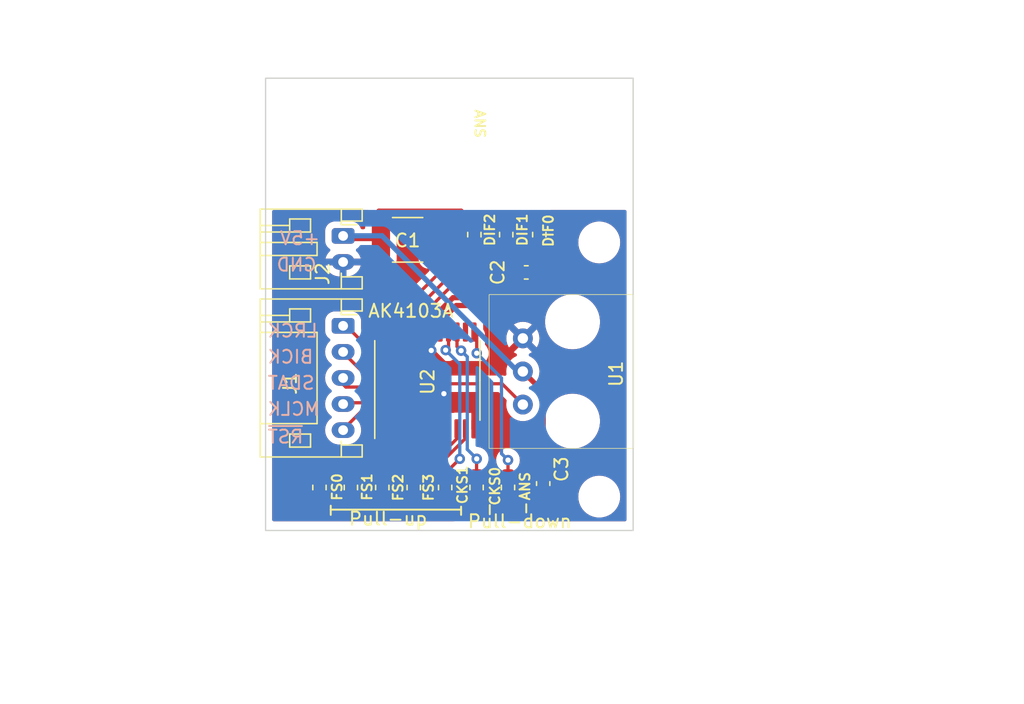
<source format=kicad_pcb>
(kicad_pcb (version 20211014) (generator pcbnew)
  (layers (0 "F.Cu" signal) (31 "B.Cu" signal) (34 "B.Paste" user) (35 "F.Paste" user) (36 "B.SilkS" user "B.Silkscreen") (37 "F.SilkS" user "F.Silkscreen") (38 "B.Mask" user) (39 "F.Mask" user) (44 "Edge.Cuts" user))
  (net 0 "")
  (net 1 "GND")
  (net 2 "+5V")
  (net 3 "/LRCK")
  (net 4 "/SDAT")
  (net 5 "/RESET")
  (net 6 "/MCLK")
  (net 7 "/CSN")
  (net 8 "/CDTI")
  (net 9 "/CCLK")
  (net 10 "/CDTO")
  (net 11 "/TXP")
  (net 12 "/DIF0")
  (net 13 "/DIF1")
  (net 14 "/DIF2")
  (net 15 "/CKS0")
  (net 16 "/CKS1")
  (net 17 "/ANS")
  (net 18 "/BICK")
  (net 19 "/BLS")
  (footprint "components:R_0603_1608Metric_SolderJumperCompatible" (layer "F.Cu") (at 51.2634 96 -90)
    (fp_text reference "JP2" hide)
    (fp_text value "Jumper_NO_Small")
    (fp_line (start -0.171267 0.51) (end 0.171267 0.51) (layer "F.SilkS") (width 0.12))
    (fp_line (start -0.171267 -0.51) (end 0.171267 -0.51) (layer "F.SilkS") (width 0.12))
    (pad "1" smd roundrect locked (at -0.775 0 270) (size 1.25 0.95) (layers "F.Cu" "F.Paste" "F.Mask") (net 2 "+5V"))
    (pad "2" smd roundrect locked (at 0.775 0 270) (size 1.25 0.95) (layers "F.Cu" "F.Paste" "F.Mask") (net 13 "/DIF1"))
  )
  (footprint "Package_SO:TSSOP-24_6.1x7.8mm_P0.65mm" (layer "F.Cu") (at 45.212 107.188 90)
    (fp_text reference "U2" (at -0.1 0.025 90) (layer "F.SilkS"))
    (fp_text value "AK4103A")
    (fp_line (start 0 4.035) (end -3.05 4.035) (layer "F.SilkS") (width 0.12))
    (fp_line (start 0 4.035) (end 3.05 4.035) (layer "F.SilkS") (width 0.12))
    (fp_line (start 0 -4.035) (end 3.05 -4.035) (layer "F.SilkS") (width 0.12))
    (fp_line (start 0 -4.035) (end -4.45 -4.035) (layer "F.SilkS") (width 0.12))
    (pad "1" smd roundrect locked (at -3.7125 -3.575 90) (size 1.475 0.4) (layers "F.Cu" "F.Paste" "F.Mask") (net 1 "GND"))
    (pad "2" smd roundrect locked (at -3.7125 -2.925 90) (size 1.475 0.4) (layers "F.Cu" "F.Paste" "F.Mask") (net 1 "GND"))
    (pad "3" smd roundrect locked (at -3.7125 -2.275 90) (size 1.475 0.4) (layers "F.Cu" "F.Paste" "F.Mask") (net 5 "/RESET"))
    (pad "4" smd roundrect locked (at -3.7125 -1.625 90) (size 1.475 0.4) (layers "F.Cu" "F.Paste" "F.Mask") (net 6 "/MCLK"))
    (pad "5" smd roundrect locked (at -3.7125 -0.975 90) (size 1.475 0.4) (layers "F.Cu" "F.Paste" "F.Mask") (net 4 "/SDAT"))
    (pad "6" smd roundrect locked (at -3.7125 -0.325 90) (size 1.475 0.4) (layers "F.Cu" "F.Paste" "F.Mask") (net 18 "/BICK"))
    (pad "7" smd roundrect locked (at -3.7125 0.325 90) (size 1.475 0.4) (layers "F.Cu" "F.Paste" "F.Mask") (net 3 "/LRCK"))
    (pad "8" smd roundrect locked (at -3.7125 0.975 90) (size 1.475 0.4) (layers "F.Cu" "F.Paste" "F.Mask") (net 7 "/CSN"))
    (pad "9" smd roundrect locked (at -3.7125 1.625 90) (size 1.475 0.4) (layers "F.Cu" "F.Paste" "F.Mask") (net 8 "/CDTI"))
    (pad "10" smd roundrect locked (at -3.7125 2.275 90) (size 1.475 0.4) (layers "F.Cu" "F.Paste" "F.Mask") (net 9 "/CCLK"))
    (pad "11" smd roundrect locked (at -3.7125 2.925 90) (size 1.475 0.4) (layers "F.Cu" "F.Paste" "F.Mask") (net 10 "/CDTO"))
    (pad "12" smd roundrect locked (at -3.7125 3.575 90) (size 1.475 0.4) (layers "F.Cu" "F.Paste" "F.Mask") (net 1 "GND"))
    (pad "13" smd roundrect locked (at 3.7125 3.575 90) (size 1.475 0.4) (layers "F.Cu" "F.Paste" "F.Mask") (net 17 "/ANS"))
    (pad "14" smd roundrect locked (at 3.7125 2.925 90) (size 1.475 0.4) (layers "F.Cu" "F.Paste" "F.Mask") (net 19 "/BLS"))
    (pad "15" smd roundrect locked (at 3.7125 2.275 90) (size 1.475 0.4) (layers "F.Cu" "F.Paste" "F.Mask") (net 15 "/CKS0"))
    (pad "16" smd roundrect locked (at 3.7125 1.625 90) (size 1.475 0.4) (layers "F.Cu" "F.Paste" "F.Mask") (net 16 "/CKS1"))
    (pad "17" smd roundrect locked (at 3.7125 0.975 90) (size 1.475 0.4) (layers "F.Cu" "F.Paste" "F.Mask") (net 2 "+5V"))
    (pad "18" smd roundrect locked (at 3.7125 0.325 90) (size 1.475 0.4) (layers "F.Cu" "F.Paste" "F.Mask") (net 1 "GND"))
    (pad "19" smd roundrect locked (at 3.7125 -0.325 90) (size 1.475 0.4) (layers "F.Cu" "F.Paste" "F.Mask"))
    (pad "20" smd roundrect locked (at 3.7125 -0.975 90) (size 1.475 0.4) (layers "F.Cu" "F.Paste" "F.Mask") (net 11 "/TXP"))
    (pad "21" smd roundrect locked (at 3.7125 -1.625 90) (size 1.475 0.4) (layers "F.Cu" "F.Paste" "F.Mask") (net 12 "/DIF0"))
    (pad "22" smd roundrect locked (at 3.7125 -2.275 90) (size 1.475 0.4) (layers "F.Cu" "F.Paste" "F.Mask") (net 13 "/DIF1"))
    (pad "23" smd roundrect locked (at 3.7125 -2.925 90) (size 1.475 0.4) (layers "F.Cu" "F.Paste" "F.Mask") (net 14 "/DIF2"))
    (pad "24" smd roundrect locked (at 3.7125 -3.575 90) (size 1.475 0.4) (layers "F.Cu" "F.Paste" "F.Mask") (net 1 "GND"))
  )
  (footprint "Capacitor_SMD:C_1812_4532Metric" (layer "F.Cu") (at 43.7 96.4)
    (fp_text reference "C1" (at 0 0.05) (layer "F.SilkS"))
    (fp_text value "33u/16v")
    (fp_line (start -1.161252 -1.71) (end 1.161252 -1.71) (layer "F.SilkS") (width 0.12))
    (fp_line (start -1.161252 1.71) (end 1.161252 1.71) (layer "F.SilkS") (width 0.12))
    (pad "1" smd roundrect (at -2.05 0) (size 1.4 3.4) (layers "F.Cu" "F.Paste" "F.Mask") (roundrect_rratio 0.178571) (net 2 "+5V"))
    (pad "2" smd roundrect (at 2.05 0) (size 1.4 3.4) (layers "F.Cu" "F.Paste" "F.Mask") (roundrect_rratio 0.178571) (net 1 "GND"))
  )
  (footprint "components:R_0603_1608Metric_SolderJumperCompatible" (layer "F.Cu") (at 36.9333 115.4 90)
    (fp_text reference "JP14" hide)
    (fp_text value "Jumper_NO_Small")
    (fp_line (start -0.171267 -0.51) (end 0.171267 -0.51) (layer "F.SilkS") (width 0.12))
    (fp_line (start -0.171267 0.51) (end 0.171267 0.51) (layer "F.SilkS") (width 0.12))
    (pad "1" smd roundrect locked (at -0.775 0 90) (size 1.25 0.95) (layers "F.Cu" "F.Paste" "F.Mask") (net 2 "+5V"))
    (pad "2" smd roundrect locked (at 0.775 0 90) (size 1.25 0.95) (layers "F.Cu" "F.Paste" "F.Mask") (net 7 "/CSN"))
  )
  (footprint "MountingHole:MountingHole_2.2mm_M2" (layer "F.Cu") (at 58.4 96.6)
    (fp_text reference "REF**" hide)
    (fp_text value "MountingHole_2.2mm_M2")
    (pad "" np_thru_hole circle (at 0 0) (size 2.2 2.2) (drill 2.2) (layers *.Cu *.Mask))
  )
  (footprint "components:R_0603_1608Metric_SolderJumperCompatible" (layer "F.Cu") (at 39.344416 115.4 90)
    (fp_text reference "JP15" hide)
    (fp_text value "Jumper_NO_Small")
    (fp_line (start -0.171267 -0.51) (end 0.171267 -0.51) (layer "F.SilkS") (width 0.12))
    (fp_line (start -0.171267 0.51) (end 0.171267 0.51) (layer "F.SilkS") (width 0.12))
    (pad "1" smd roundrect locked (at -0.775 0 90) (size 1.25 0.95) (layers "F.Cu" "F.Paste" "F.Mask") (net 2 "+5V"))
    (pad "2" smd roundrect locked (at 0.775 0 90) (size 1.25 0.95) (layers "F.Cu" "F.Paste" "F.Mask") (net 8 "/CDTI"))
  )
  (footprint "footprints:Toshiba_TOTX177" (layer "F.Cu") (at 54.91 102.68 -90)
    (fp_text reference "U1" (at 4 -4.78 90) (layer "F.SilkS"))
    (fp_text value "TOTX-177L")
    (fp_rect (start -2.08 -6.14) (end 9.72 4.96) (layer "F.SilkS") (width 0.05) (fill none))
    (pad "" np_thru_hole circle (at 0.01 -1.44 270) (size 3.2 3.2) (drill 3.2) (layers *.Cu *.Mask))
    (pad "" np_thru_hole circle (at 7.63 -1.44 270) (size 3.2 3.2) (drill 3.2) (layers *.Cu *.Mask))
    (pad "1" thru_hole circle (at 6.36 2.37 270) (size 1.524 1.524) (drill 0.8) (layers *.Cu *.Mask) (net 11 "/TXP"))
    (pad "2" thru_hole circle (at 3.82 2.37 270) (size 1.524 1.524) (drill 0.8) (layers *.Cu *.Mask) (net 2 "+5V"))
    (pad "3" thru_hole circle (at 1.28 2.37 270) (size 1.524 1.524) (drill 0.8) (layers *.Cu *.Mask) (net 1 "GND"))
  )
  (footprint "components:R_0603_1608Metric_SolderJumperCompatible" (layer "F.Cu") (at 48.818 96 -90)
    (fp_text reference "JP3" hide)
    (fp_text value "Jumper_NO_Small")
    (fp_line (start -0.171267 -0.51) (end 0.171267 -0.51) (layer "F.SilkS") (width 0.12))
    (fp_line (start -0.171267 0.51) (end 0.171267 0.51) (layer "F.SilkS") (width 0.12))
    (pad "1" smd roundrect locked (at -0.775 0 270) (size 1.25 0.95) (layers "F.Cu" "F.Paste" "F.Mask") (net 2 "+5V"))
    (pad "2" smd roundrect locked (at 0.775 0 270) (size 1.25 0.95) (layers "F.Cu" "F.Paste" "F.Mask") (net 14 "/DIF2"))
  )
  (footprint "Connector_JST:JST_PH_S2B-PH-K_1x02_P2.00mm_Horizontal" (layer "F.Cu") (at 38.75 96.1 -90)
    (fp_text reference "J2" (at 2.9 1.575 90) (layer "F.SilkS"))
    (fp_text value "Conn_01x02_Male")
    (fp_line (start 2.3 4.1) (end 2.3 2.5) (layer "F.SilkS") (width 0.12))
    (fp_line (start 2.3 2.5) (end 3.3 2.5) (layer "F.SilkS") (width 0.12))
    (fp_line (start -1.14 -1.46) (end -2.06 -1.46) (layer "F.SilkS") (width 0.12))
    (fp_line (start -1.3 2.5) (end -1.3 4.1) (layer "F.SilkS") (width 0.12))
    (fp_line (start -2.06 0.14) (end -1.14 0.14) (layer "F.SilkS") (width 0.12))
    (fp_line (start 3.14 -1.46) (end 3.14 0.14) (layer "F.SilkS") (width 0.12))
    (fp_line (start -2.06 -1.46) (end -2.06 6.36) (layer "F.SilkS") (width 0.12))
    (fp_line (start 0.5 6.36) (end 0.5 2) (layer "F.SilkS") (width 0.12))
    (fp_line (start -0.3 2.5) (end -1.3 2.5) (layer "F.SilkS") (width 0.12))
    (fp_line (start -0.86 0.14) (end -0.86 -1.075) (layer "F.SilkS") (width 0.12))
    (fp_line (start -0.8 4.1) (end -0.8 6.36) (layer "F.SilkS") (width 0.12))
    (fp_line (start 0.5 2) (end 1.5 2) (layer "F.SilkS") (width 0.12))
    (fp_line (start 4.06 6.36) (end 4.06 -1.46) (layer "F.SilkS") (width 0.12))
    (fp_line (start 4.06 0.14) (end 3.14 0.14) (layer "F.SilkS") (width 0.12))
    (fp_line (start 3.3 2.5) (end 3.3 4.1) (layer "F.SilkS") (width 0.12))
    (fp_line (start -2.06 6.36) (end 4.06 6.36) (layer "F.SilkS") (width 0.12))
    (fp_line (start 4.06 -1.46) (end 3.14 -1.46) (layer "F.SilkS") (width 0.12))
    (fp_line (start 1.5 2) (end 1.5 6.36) (layer "F.SilkS") (width 0.12))
    (fp_line (start 3.3 4.1) (end 2.3 4.1) (layer "F.SilkS") (width 0.12))
    (fp_line (start -0.3 4.1) (end -0.3 2.5) (layer "F.SilkS") (width 0.12))
    (fp_line (start -0.86 0.14) (end -1.14 0.14) (layer "F.SilkS") (width 0.12))
    (fp_line (start 3.14 0.14) (end 2.86 0.14) (layer "F.SilkS") (width 0.12))
    (fp_line (start -1.3 4.1) (end -0.3 4.1) (layer "F.SilkS") (width 0.12))
    (fp_line (start -1.14 0.14) (end -1.14 -1.46) (layer "F.SilkS") (width 0.12))
    (fp_line (start -0.3 4.1) (end -0.3 6.36) (layer "F.SilkS") (width 0.12))
    (pad "1" thru_hole roundrect (at 0 0 270) (size 1.2 1.75) (drill 0.75) (layers *.Cu *.Mask) (roundrect_rratio 0.208333) (net 2 "+5V"))
    (pad "2" thru_hole oval (at 2 0 270) (size 1.2 1.75) (drill 0.75) (layers *.Cu *.Mask) (net 1 "GND"))
  )
  (footprint "Capacitor_SMD:C_0603_1608Metric" (layer "F.Cu") (at 52.8 98.9)
    (fp_text reference "C2" (at -2.188806 0 90) (layer "F.SilkS"))
    (fp_text value "0.1u/35V")
    (fp_line (start -0.14058 0.51) (end 0.14058 0.51) (layer "F.SilkS") (width 0.12))
    (fp_line (start -0.14058 -0.51) (end 0.14058 -0.51) (layer "F.SilkS") (width 0.12))
    (pad "1" smd roundrect (at -0.775 0) (size 0.9 0.95) (layers "F.Cu" "F.Paste" "F.Mask") (net 1 "GND"))
    (pad "2" smd roundrect (at 0.775 0) (size 0.9 0.95) (layers "F.Cu" "F.Paste" "F.Mask") (net 2 "+5V"))
  )
  (footprint "Capacitor_SMD:C_0603_1608Metric" (layer "F.Cu") (at 54.1 115.1 -90)
    (fp_text reference "C3" (at -1.1 -1.4 90) (layer "F.SilkS"))
    (fp_text value "0.1u/35V")
    (fp_line (start -0.14058 0.51) (end 0.14058 0.51) (layer "F.SilkS") (width 0.12))
    (fp_line (start -0.14058 -0.51) (end 0.14058 -0.51) (layer "F.SilkS") (width 0.12))
    (pad "1" smd roundrect (at -0.775 0 270) (size 0.9 0.95) (layers "F.Cu" "F.Paste" "F.Mask") (net 1 "GND"))
    (pad "2" smd roundrect (at 0.775 0 270) (size 0.9 0.95) (layers "F.Cu" "F.Paste" "F.Mask") (net 2 "+5V"))
  )
  (footprint "Connector_JST:JST_PH_S5B-PH-K_1x05_P2.00mm_Horizontal" (layer "F.Cu") (at 38.75 103 -90)
    (fp_text reference "J1" (at 4.425 4.075 90) (layer "F.SilkS"))
    (fp_text value "Conn_01x05_Male")
    (fp_line (start 8.3 2.5) (end 9.3 2.5) (layer "F.SilkS") (width 0.12))
    (fp_line (start -1.3 2.5) (end -1.3 4.1) (layer "F.SilkS") (width 0.12))
    (fp_line (start 7.5 2) (end 7.5 6.36) (layer "F.SilkS") (width 0.12))
    (fp_line (start 0.5 2) (end 7.5 2) (layer "F.SilkS") (width 0.12))
    (fp_line (start -0.86 0.14) (end -1.14 0.14) (layer "F.SilkS") (width 0.12))
    (fp_line (start 10.06 -1.46) (end 9.14 -1.46) (layer "F.SilkS") (width 0.12))
    (fp_line (start -1.14 -1.46) (end -2.06 -1.46) (layer "F.SilkS") (width 0.12))
    (fp_line (start 8.3 4.1) (end 8.3 2.5) (layer "F.SilkS") (width 0.12))
    (fp_line (start -0.8 4.1) (end -0.8 6.36) (layer "F.SilkS") (width 0.12))
    (fp_line (start 9.3 4.1) (end 8.3 4.1) (layer "F.SilkS") (width 0.12))
    (fp_line (start -2.06 0.14) (end -1.14 0.14) (layer "F.SilkS") (width 0.12))
    (fp_line (start 10.06 0.14) (end 9.14 0.14) (layer "F.SilkS") (width 0.12))
    (fp_line (start -2.06 -1.46) (end -2.06 6.36) (layer "F.SilkS") (width 0.12))
    (fp_line (start -1.3 4.1) (end -0.3 4.1) (layer "F.SilkS") (width 0.12))
    (fp_line (start -0.3 2.5) (end -1.3 2.5) (layer "F.SilkS") (width 0.12))
    (fp_line (start -2.06 6.36) (end 10.06 6.36) (layer "F.SilkS") (width 0.12))
    (fp_line (start 9.14 0.14) (end 8.86 0.14) (layer "F.SilkS") (width 0.12))
    (fp_line (start -0.3 4.1) (end -0.3 6.36) (layer "F.SilkS") (width 0.12))
    (fp_line (start 10.06 6.36) (end 10.06 -1.46) (layer "F.SilkS") (width 0.12))
    (fp_line (start -1.14 0.14) (end -1.14 -1.46) (layer "F.SilkS") (width 0.12))
    (fp_line (start 9.3 2.5) (end 9.3 4.1) (layer "F.SilkS") (width 0.12))
    (fp_line (start 0.5 6.36) (end 0.5 2) (layer "F.SilkS") (width 0.12))
    (fp_line (start -0.3 4.1) (end -0.3 2.5) (layer "F.SilkS") (width 0.12))
    (fp_line (start -0.86 0.14) (end -0.86 -1.075) (layer "F.SilkS") (width 0.12))
    (fp_line (start 9.14 -1.46) (end 9.14 0.14) (layer "F.SilkS") (width 0.12))
    (pad "1" thru_hole roundrect (at 0 0 270) (size 1.2 1.75) (drill 0.75) (layers *.Cu *.Mask) (roundrect_rratio 0.208333) (net 3 "/LRCK"))
    (pad "2" thru_hole oval (at 2 0 270) (size 1.2 1.75) (drill 0.75) (layers *.Cu *.Mask) (net 18 "/BICK"))
    (pad "3" thru_hole oval (at 4 0 270) (size 1.2 1.75) (drill 0.75) (layers *.Cu *.Mask) (net 4 "/SDAT"))
    (pad "4" thru_hole oval (at 6 0 270) (size 1.2 1.75) (drill 0.75) (layers *.Cu *.Mask) (net 6 "/MCLK"))
    (pad "5" thru_hole oval (at 8 0 270) (size 1.2 1.75) (drill 0.75) (layers *.Cu *.Mask) (net 5 "/RESET"))
  )
  (footprint "MountingHole:MountingHole_2.2mm_M2" (layer "F.Cu") (at 58.4 116.1)
    (fp_text reference "REF**" hide)
    (fp_text value "MountingHole_2.2mm_M2")
    (pad "" np_thru_hole circle (at 0 0) (size 2.2 2.2) (drill 2.2) (layers *.Cu *.Mask))
  )
  (footprint "components:R_0603_1608Metric_SolderJumperCompatible" (layer "F.Cu") (at 53.8 96 -90)
    (fp_text reference "JP1" hide)
    (fp_text value "Jumper_NO_Small")
    (fp_line (start -0.171267 -0.51) (end 0.171267 -0.51) (layer "F.SilkS") (width 0.12))
    (fp_line (start -0.171267 0.51) (end 0.171267 0.51) (layer "F.SilkS") (width 0.12))
    (pad "1" smd roundrect locked (at -0.775 0 270) (size 1.25 0.95) (layers "F.Cu" "F.Paste" "F.Mask") (net 2 "+5V"))
    (pad "2" smd roundrect locked (at 0.775 0 270) (size 1.25 0.95) (layers "F.Cu" "F.Paste" "F.Mask") (net 12 "/DIF0"))
  )
  (footprint "components:R_0603_1608Metric_SolderJumperCompatible" (layer "F.Cu") (at 46.577764 115.4 90)
    (fp_text reference "JP11" hide)
    (fp_text value "Jumper_NO_Small")
    (fp_line (start -0.171267 -0.51) (end 0.171267 -0.51) (layer "F.SilkS") (width 0.12))
    (fp_line (start -0.171267 0.51) (end 0.171267 0.51) (layer "F.SilkS") (width 0.12))
    (pad "1" smd roundrect locked (at -0.775 0 90) (size 1.25 0.95) (layers "F.Cu" "F.Paste" "F.Mask") (net 2 "+5V"))
    (pad "2" smd roundrect locked (at 0.775 0 90) (size 1.25 0.95) (layers "F.Cu" "F.Paste" "F.Mask") (net 16 "/CKS1"))
  )
  (footprint "components:R_0603_1608Metric_SolderJumperCompatible" (layer "F.Cu") (at 41.755532 115.4 90)
    (fp_text reference "JP17" hide)
    (fp_text value "Jumper_NO_Small")
    (fp_line (start -0.171267 -0.51) (end 0.171267 -0.51) (layer "F.SilkS") (width 0.12))
    (fp_line (start -0.171267 0.51) (end 0.171267 0.51) (layer "F.SilkS") (width 0.12))
    (pad "1" smd roundrect locked (at -0.775 0 90) (size 1.25 0.95) (layers "F.Cu" "F.Paste" "F.Mask") (net 2 "+5V"))
    (pad "2" smd roundrect locked (at 0.775 0 90) (size 1.25 0.95) (layers "F.Cu" "F.Paste" "F.Mask") (net 9 "/CCLK"))
  )
  (footprint "components:R_0603_1608Metric_SolderJumperCompatible" (layer "F.Cu") (at 48.98888 115.4 90)
    (fp_text reference "JP9" hide)
    (fp_text value "Jumper_NO_Small")
    (fp_line (start -0.171267 -0.51) (end 0.171267 -0.51) (layer "F.SilkS") (width 0.12))
    (fp_line (start -0.171267 0.51) (end 0.171267 0.51) (layer "F.SilkS") (width 0.12))
    (pad "1" smd roundrect locked (at -0.775 0 90) (size 1.25 0.95) (layers "F.Cu" "F.Paste" "F.Mask") (net 1 "GND"))
    (pad "2" smd roundrect locked (at 0.775 0 90) (size 1.25 0.95) (layers "F.Cu" "F.Paste" "F.Mask") (net 15 "/CKS0"))
  )
  (footprint "components:R_0603_1608Metric_SolderJumperCompatible" (layer "F.Cu") (at 51.4 115.4 -90)
    (fp_text reference "JP16" hide)
    (fp_text value "Jumper_NO_Small")
    (fp_line (start -0.171267 -0.51) (end 0.171267 -0.51) (layer "F.SilkS") (width 0.12))
    (fp_line (start -0.171267 0.51) (end 0.171267 0.51) (layer "F.SilkS") (width 0.12))
    (pad "1" smd roundrect locked (at -0.775 0 270) (size 1.25 0.95) (layers "F.Cu" "F.Paste" "F.Mask") (net 17 "/ANS"))
    (pad "2" smd roundrect locked (at 0.775 0 270) (size 1.25 0.95) (layers "F.Cu" "F.Paste" "F.Mask") (net 1 "GND"))
  )
  (footprint "components:R_0603_1608Metric_SolderJumperCompatible" (layer "F.Cu") (at 44.166648 115.4 90)
    (fp_text reference "JP18" hide)
    (fp_text value "Jumper_NO_Small")
    (fp_line (start -0.171267 0.51) (end 0.171267 0.51) (layer "F.SilkS") (width 0.12))
    (fp_line (start -0.171267 -0.51) (end 0.171267 -0.51) (layer "F.SilkS") (width 0.12))
    (pad "1" smd roundrect locked (at -0.775 0 90) (size 1.25 0.95) (layers "F.Cu" "F.Paste" "F.Mask") (net 2 "+5V"))
    (pad "2" smd roundrect locked (at 0.775 0 90) (size 1.25 0.95) (layers "F.Cu" "F.Paste" "F.Mask") (net 10 "/CDTO"))
  )
  (gr_line (start 47.8 116.873) (end 47.8 117.5) (layer "F.SilkS") (width 0.15))
  (gr_line (start 37.8 117.1) (end 47.8 117.1) (layer "F.SilkS") (width 0.15))
  (gr_line (start 52.8 116.6865) (end 52.8 117.3135) (layer "F.SilkS") (width 0.15))
  (gr_line (start 50 117.45) (end 50 116.75) (layer "F.SilkS") (width 0.15))
  (gr_line (start 37.8 117.5) (end 37.8 116.8) (layer "F.SilkS") (width 0.15))
  (gr_rect (start 32.8 84) (end 61 118.7) (layer "Edge.Cuts") (width 0.1) (fill none))
  (gr_text "GND" (at 35.178952 98.313) (layer "B.SilkS") (effects (font (size 1 1)) (justify mirror)))
  (gr_text "BICK" (at 34.712285 105.378125) (layer "B.SilkS") (effects (font (size 1 1)) (justify mirror)))
  (gr_text "~{RST}" (at 34.331333 111.506) (layer "B.SilkS") (effects (font (size 1 1)) (justify mirror)))
  (gr_text "LRCK" (at 34.878952 103.378) (layer "B.SilkS") (effects (font (size 1 1)) (justify mirror)))
  (gr_text "MCLK" (at 34.950381 109.378375) (layer "B.SilkS") (effects (font (size 1 1)) (justify mirror)))
  (gr_text "SDAT" (at 34.759905 107.37825) (layer "B.SilkS") (effects (font (size 1 1)) (justify mirror)))
  (gr_text "+5V" (at 35.432952 96.281) (layer "B.SilkS") (effects (font (size 1 1)) (justify mirror)))
  (gr_text "ANS" (at 49.242469 87.49024 270) (layer "F.SilkS") (effects (font (size 0.75 0.75))))
  (gr_text "DIF1" (at 52.498061 95.632137 90) (layer "F.SilkS") (effects (font (size 0.75 0.75))))
  (gr_text "DIF0" (at 54.5 95.7 90) (layer "F.SilkS") (effects (font (size 0.75 0.75))))
  (gr_text "Pull-down" (at 52.3 118) (layer "F.SilkS") (effects (font (size 1 1))))
  (gr_text "DIF2" (at 50.004081 95.632137 90) (layer "F.SilkS") (effects (font (size 0.75 0.75))))
  (gr_text "CKS1" (at 47.9 115.2 90) (layer "F.SilkS") (effects (font (size 0.75 0.75))))
  (gr_text "FS1" (at 40.592019 115.361333 90) (layer "F.SilkS") (effects (font (size 0.75 0.75))))
  (gr_text "FS2" (at 42.97 115.4 90) (layer "F.SilkS") (effects (font (size 0.75 0.75))))
  (gr_text "FS3" (at 45.3 115.4 90) (layer "F.SilkS") (effects (font (size 0.75 0.75))))
  (gr_text "CKS0" (at 50.4 115.3 90) (layer "F.SilkS") (effects (font (size 0.75 0.75))))
  (gr_text "ANS" (at 52.7 115.3 90) (layer "F.SilkS") (effects (font (size 0.75 0.75))))
  (gr_text "Pull-up" (at 42.2 117.8) (layer "F.SilkS") (effects (font (size 1 1))))
  (gr_text "FS0" (at 38.291251 115.361405 90) (layer "F.SilkS") (effects (font (size 0.75 0.75))))
  (gr_text "AK4103A" (at 43.95 101.854) (layer "F.SilkS") (effects (font (size 1 1))))
  (segment (start 45.512299 104.887701) (end 45.537 104.863) (width 0.4) (layer "F.Cu") (net 1))
  (segment (start 52.025 99.60215) (end 52.025 98.9) (width 0.4) (layer "F.Cu") (net 1))
  (segment (start 50.600489 105.899511) (end 52.54 103.96) (width 0.4) (layer "F.Cu") (net 1))
  (segment (start 41.637 104.269427) (end 46.587573 109.22) (width 0.4) (layer "F.Cu") (net 1))
  (segment (start 45.537 102.483724) (end 47.180803 100.839921) (width 0.4) (layer "F.Cu") (net 1))
  (segment (start 46.587573 109.22) (end 48.768 109.22) (width 0.4) (layer "F.Cu") (net 1))
  (segment (start 41.637 103.4755) (end 41.637 104.269427) (width 0.4) (layer "F.Cu") (net 1))
  (segment (start 45.537 104.863) (end 45.537 103.4755) (width 0.4) (layer "F.Cu") (net 1))
  (segment (start 48.768 109.22) (end 48.787 109.239) (width 0.4) (layer "F.Cu") (net 1))
  (segment (start 45.537 103.4755) (end 45.537 102.483724) (width 0.4) (layer "F.Cu") (net 1))
  (segment (start 45.512299 104.887701) (end 46.524109 105.899511) (width 0.4) (layer "F.Cu") (net 1))
  (segment (start 48.787 109.239) (end 48.787 110.9005) (width 0.4) (layer "F.Cu") (net 1))
  (segment (start 47.180803 100.839921) (end 50.787229 100.839921) (width 0.4) (layer "F.Cu") (net 1))
  (segment (start 46.524109 105.899511) (end 50.600489 105.899511) (width 0.4) (layer "F.Cu") (net 1))
  (segment (start 50.787229 100.839921) (end 52.025 99.60215) (width 0.4) (layer "F.Cu") (net 1))
  (via (at 45.512299 104.887701) (size 0.8) (drill 0.4) (layers "F.Cu" "B.Cu") (net 1))
  (via (at 46.482 108.204) (size 0.8) (drill 0.4) (layers "F.Cu" "B.Cu") (net 1))
  (segment (start 52.6 95.2) (end 55.1 95.2) (width 0.4) (layer "F.Cu") (net 2))
  (segment (start 55.3 115.8) (end 55.3 113.5) (width 0.4) (layer "F.Cu") (net 2))
  (segment (start 51.2634 95.225) (end 51.2764 95.238) (width 0.4) (layer "F.Cu") (net 2))
  (segment (start 44.0333 116.175) (end 41.7 116.175) (width 0.4) (layer "F.Cu") (net 2))
  (segment (start 41.49952 96.24952) (end 41.55 96.3) (width 0.4) (layer "F.Cu") (net 2))
  (segment (start 39.3666 116.175) (end 37.0333 116.175) (width 0.4) (layer "F.Cu") (net 2))
  (segment (start 46.7 116.175) (end 47.92452 117.39952) (width 0.4) (layer "F.Cu") (net 2))
  (segment (start 53.575 98.9) (end 51.035559 101.439441) (width 0.4) (layer "F.Cu") (net 2))
  (segment (start 54.1 108.06) (end 52.54 106.5) (width 0.4) (layer "F.Cu") (net 2))
  (segment (start 53.787 95.238) (end 53.8 95.225) (width 0.4) (layer "F.Cu") (net 2))
  (segment (start 54.1 112.3) (end 54.1 108.06) (width 0.4) (layer "F.Cu") (net 2))
  (segment (start 51.035559 101.439441) (end 47.429132 101.439441) (width 0.4) (layer "F.Cu") (net 2))
  (segment (start 51.2764 95.238) (end 53.787 95.238) (width 0.4) (layer "F.Cu") (net 2))
  (segment (start 53.505 116.47) (end 54.175 115.8) (width 0.4) (layer "F.Cu") (net 2))
  (segment (start 47.429132 101.439441) (end 46.187 102.681573) (width 0.4) (layer "F.Cu") (net 2))
  (segment (start 55.3 97.175) (end 53.575 98.9) (width 0.4) (layer "F.Cu") (net 2))
  (segment (start 41.49952 94.20048) (end 41.49952 96.24952) (width 0.4) (layer "F.Cu") (net 2))
  (segment (start 55.3 95.4) (end 55.3 97.175) (width 0.4) (layer "F.Cu") (net 2))
  (segment (start 53.13 116.47) (end 53.505 116.47) (width 0.4) (layer "F.Cu") (net 2))
  (segment (start 47.92452 117.39952) (end 52.06478 117.39952) (width 0.4) (layer "F.Cu") (net 2))
  (segment (start 44.0333 116.175) (end 46.7 116.175) (width 0.4) (layer "F.Cu") (net 2))
  (segment (start 47.79348 94.20048) (end 41.49952 94.20048) (width 0.4) (layer "F.Cu") (net 2))
  (segment (start 47.79348 94.20048) (end 48.818 95.225) (width 0.4) (layer "F.Cu") (net 2))
  (segment (start 54.175 115.8) (end 55.3 115.8) (width 0.4) (layer "F.Cu") (net 2))
  (segment (start 55.3 113.5) (end 54.1 112.3) (width 0.4) (layer "F.Cu") (net 2))
  (segment (start 41.55 96.3) (end 38.476 96.3) (width 0.4) (layer "F.Cu") (net 2))
  (segment (start 52.06478 117.39952) (end 52.9943 116.47) (width 0.4) (layer "F.Cu") (net 2))
  (segment (start 41.7 116.175) (end 39.3666 116.175) (width 0.4) (layer "F.Cu") (net 2))
  (segment (start 46.187 102.681573) (end 46.187 103.4755) (width 0.4) (layer "F.Cu") (net 2))
  (segment (start 44.1583 116.3) (end 44.0333 116.175) (width 0.4) (layer "F.Cu") (net 2))
  (segment (start 48.818 95.225) (end 51.2634 95.225) (width 0.4) (layer "F.Cu") (net 2))
  (segment (start 55.1 95.2) (end 55.3 95.4) (width 0.4) (layer "F.Cu") (net 2))
  (segment (start 52.144 106.5) (end 41.732 96.088) (width 0.4) (layer "B.Cu") (net 2))
  (segment (start 52.54 106.5) (end 52.144 106.5) (width 0.4) (layer "B.Cu") (net 2))
  (segment (start 41.732 96.088) (end 38.264 96.088) (width 0.4) (layer "B.Cu") (net 2))
  (segment (start 38.264 103.442) (end 39.434 103.442) (width 0.25) (layer "F.Cu") (net 3))
  (segment (start 39.434 103.442) (end 45.537 109.545) (width 0.25) (layer "F.Cu") (net 3))
  (segment (start 45.537 109.545) (end 45.537 110.9005) (width 0.25) (layer "F.Cu") (net 3))
  (segment (start 38.264 107) (end 38.96 107.696) (width 0.25) (layer "F.Cu") (net 4))
  (segment (start 44.237 109.896718) (end 44.237 110.9005) (width 0.25) (layer "F.Cu") (net 4))
  (segment (start 42.036282 107.696) (end 44.237 109.896718) (width 0.25) (layer "F.Cu") (net 4))
  (segment (start 38.96 107.696) (end 42.036282 107.696) (width 0.25) (layer "F.Cu") (net 4))
  (segment (start 42.937 109.868154) (end 42.568846 109.5) (width 0.25) (layer "F.Cu") (net 5))
  (segment (start 40.206 109.5) (end 38.264 111.442) (width 0.25) (layer "F.Cu") (net 5))
  (segment (start 42.937 110.9005) (end 42.937 109.868154) (width 0.25) (layer "F.Cu") (net 5))
  (segment (start 42.568846 109.5) (end 40.206 109.5) (width 0.25) (layer "F.Cu") (net 5))
  (segment (start 42.604564 108.9) (end 43.587 109.882436) (width 0.25) (layer "F.Cu") (net 6))
  (segment (start 38.806 108.9) (end 42.604564 108.9) (width 0.25) (layer "F.Cu") (net 6))
  (segment (start 43.587 109.882436) (end 43.587 110.9005) (width 0.25) (layer "F.Cu") (net 6))
  (segment (start 38.4583 113.1) (end 36.9333 114.625) (width 0.25) (layer "F.Cu") (net 7))
  (segment (start 40.1 113.1) (end 38.4583 113.1) (width 0.25) (layer "F.Cu") (net 7))
  (segment (start 45.812841 111.96252) (end 41.23748 111.96252) (width 0.25) (layer "F.Cu") (net 7))
  (segment (start 41.23748 111.96252) (end 40.1 113.1) (width 0.25) (layer "F.Cu") (net 7))
  (segment (start 46.187 111.588361) (end 45.812841 111.96252) (width 0.25) (layer "F.Cu") (net 7))
  (segment (start 46.187 110.9005) (end 46.187 111.588361) (width 0.25) (layer "F.Cu") (net 7))
  (segment (start 46.837 110.9005) (end 46.837 111.663) (width 0.25) (layer "F.Cu") (net 8))
  (segment (start 46.837 111.663) (end 46.08796 112.41204) (width 0.25) (layer "F.Cu") (net 8))
  (segment (start 46.08796 112.41204) (end 41.557376 112.41204) (width 0.25) (layer "F.Cu") (net 8))
  (segment (start 41.557376 112.41204) (end 39.344416 114.625) (width 0.25) (layer "F.Cu") (net 8))
  (segment (start 41.755532 113.644468) (end 41.755532 114.625) (width 0.25) (layer "F.Cu") (net 9))
  (segment (start 47.487 111.648717) (end 46.235717 112.9) (width 0.25) (layer "F.Cu") (net 9))
  (segment (start 47.487 110.9005) (end 47.487 111.648717) (width 0.25) (layer "F.Cu") (net 9))
  (segment (start 42.5 112.9) (end 41.755532 113.644468) (width 0.25) (layer "F.Cu") (net 9))
  (segment (start 46.235717 112.9) (end 42.5 112.9) (width 0.25) (layer "F.Cu") (net 9))
  (segment (start 48.137 111.634434) (end 46.421914 113.34952) (width 0.25) (layer "F.Cu") (net 10))
  (segment (start 48.137 110.9005) (end 48.137 111.634434) (width 0.25) (layer "F.Cu") (net 10))
  (segment (start 44.85048 113.34952) (end 44.166648 114.033352) (width 0.25) (layer "F.Cu") (net 10))
  (segment (start 44.166648 114.033352) (end 44.166648 114.625) (width 0.25) (layer "F.Cu") (net 10))
  (segment (start 46.421914 113.34952) (end 44.85048 113.34952) (width 0.25) (layer "F.Cu") (net 10))
  (segment (start 52.54 109.04) (end 50.942 107.442) (width 0.25) (layer "F.Cu") (net 11))
  (segment (start 46.242 107.442) (end 44.237 105.437) (width 0.25) (layer "F.Cu") (net 11))
  (segment (start 50.942 107.442) (end 46.242 107.442) (width 0.25) (layer "F.Cu") (net 11))
  (segment (start 44.237 105.437) (end 44.237 103.4755) (width 0.25) (layer "F.Cu") (net 11))
  (segment (start 52.675 97.9) (end 50.1 97.9) (width 0.25) (layer "F.Cu") (net 12))
  (segment (start 53.8 96.775) (end 52.675 97.9) (width 0.25) (layer "F.Cu") (net 12))
  (segment (start 50.1 97.9) (end 49.4 98.6) (width 0.25) (layer "F.Cu") (net 12))
  (segment (start 43.587 102.787639) (end 43.587 103.4755) (width 0.25) (layer "F.Cu") (net 12))
  (segment (start 43.961159 102.41348) (end 43.587 102.787639) (width 0.25) (layer "F.Cu") (net 12))
  (segment (start 48.4 98.6) (end 44.58652 102.41348) (width 0.25) (layer "F.Cu") (net 12))
  (segment (start 49.374118 98.6) (end 48.4 98.6) (width 0.25) (layer "F.Cu") (net 12))
  (segment (start 44.58652 102.41348) (end 43.961159 102.41348) (width 0.25) (layer "F.Cu") (net 12))
  (segment (start 50.589282 96.775) (end 51.2634 96.775) (width 0.25) (layer "F.Cu") (net 13))
  (segment (start 43.725423 101.96396) (end 44.13604 101.96396) (width 0.25) (layer "F.Cu") (net 13))
  (segment (start 47.94952 98.15048) (end 49.213802 98.15048) (width 0.25) (layer "F.Cu") (net 13))
  (segment (start 42.81152 103.35002) (end 42.81152 102.877863) (width 0.25) (layer "F.Cu") (net 13))
  (segment (start 44.13604 101.96396) (end 47.94952 98.15048) (width 0.25) (layer "F.Cu") (net 13))
  (segment (start 42.81152 102.877863) (end 43.725423 101.96396) (width 0.25) (layer "F.Cu") (net 13))
  (segment (start 42.937 103.4755) (end 42.81152 103.35002) (width 0.25) (layer "F.Cu") (net 13))
  (segment (start 49.213802 98.15048) (end 50.589282 96.775) (width 0.25) (layer "F.Cu") (net 13))
  (segment (start 48.278665 96.775) (end 42.287 102.766665) (width 0.25) (layer "F.Cu") (net 14))
  (segment (start 42.287 102.766665) (end 42.287 103.4755) (width 0.25) (layer "F.Cu") (net 14))
  (segment (start 48.818 96.775) (end 48.278665 96.775) (width 0.25) (layer "F.Cu") (net 14))
  (segment (start 47.487 104.587) (end 47.8 104.9) (width 0.25) (layer "F.Cu") (net 15))
  (segment (start 47.487 103.4755) (end 47.487 104.587) (width 0.25) (layer "F.Cu") (net 15))
  (segment (start 49 113.2) (end 48.98888 113.21112) (width 0.25) (layer "F.Cu") (net 15))
  (segment (start 48.98888 113.21112) (end 48.98888 114.625) (width 0.25) (layer "F.Cu") (net 15))
  (via (at 47.8 104.9) (size 0.8) (drill 0.4) (layers "F.Cu" "B.Cu") (net 15))
  (via (at 49 113.2) (size 0.8) (drill 0.4) (layers "F.Cu" "B.Cu") (net 15))
  (segment (start 48.275489 105.375489) (end 47.8 104.9) (width 0.25) (layer "B.Cu") (net 15))
  (segment (start 48.275489 112.475489) (end 48.275489 105.375489) (width 0.25) (layer "B.Cu") (net 15))
  (segment (start 49 113.2) (end 48.275489 112.475489) (width 0.25) (layer "B.Cu") (net 15))
  (segment (start 47.7 113.2) (end 46.577764 114.322236) (width 0.25) (layer "F.Cu") (net 16))
  (segment (start 46.837 103.4755) (end 46.837 104.637984) (width 0.25) (layer "F.Cu") (net 16))
  (segment (start 46.837 104.637984) (end 46.615123 104.859861) (width 0.25) (layer "F.Cu") (net 16))
  (segment (start 46.577764 114.322236) (end 46.577764 114.625) (width 0.25) (layer "F.Cu") (net 16))
  (via (at 46.615123 104.859861) (size 0.8) (drill 0.4) (layers "F.Cu" "B.Cu") (net 16))
  (via (at 47.7 113.2) (size 0.8) (drill 0.4) (layers "F.Cu" "B.Cu") (net 16))
  (segment (start 47.7 105.944738) (end 47.7 113.2) (width 0.25) (layer "B.Cu") (net 16))
  (segment (start 46.615123 104.859861) (end 47.7 105.944738) (width 0.25) (layer "B.Cu") (net 16))
  (segment (start 49 105.1) (end 49 103.6885) (width 0.25) (layer "F.Cu") (net 17))
  (segment (start 51.4 114.625) (end 51.4 113.3) (width 0.25) (layer "F.Cu") (net 17))
  (segment (start 49 103.6885) (end 48.787 103.4755) (width 0.25) (layer "F.Cu") (net 17))
  (via (at 51.4 113.3) (size 0.8) (drill 0.4) (layers "F.Cu" "B.Cu") (net 17))
  (via (at 49 105.1) (size 0.8) (drill 0.4) (layers "F.Cu" "B.Cu") (net 17))
  (segment (start 50.9 112.8) (end 50.9 107) (width 0.25) (layer "B.Cu") (net 17))
  (segment (start 51.4 113.3) (end 50.9 112.8) (width 0.25) (layer "B.Cu") (net 17))
  (segment (start 50.9 107) (end 49 105.1) (width 0.25) (layer "B.Cu") (net 17))
  (segment (start 40.69848 106.99248) (end 42.22248 106.99248) (width 0.25) (layer "F.Cu") (net 18))
  (segment (start 44.887 109.657) (end 44.887 110.9005) (width 0.25) (layer "F.Cu") (net 18))
  (segment (start 42.22248 106.99248) (end 44.887 109.657) (width 0.25) (layer "F.Cu") (net 18))
  (segment (start 38.706 105) (end 40.69848 106.99248) (width 0.25) (layer "F.Cu") (net 18))
  (zone (net 1) (net_name "GND") (layer "F.Cu") (connect_pads (clearance 0.508)) (min_thickness 0.254) (fill yes (thermal_gap 0.508) (thermal_bridge_width 0.508))
    (polygon (pts (xy 91 132) (xy 12.6075 132) (xy 12.6075 79) (xy 91 79)))
  )
  (zone (net 1) (net_name "GND") (layer "B.Cu") (connect_pads (clearance 0.508)) (min_thickness 0.254) (fill yes (thermal_gap 0.508) (thermal_bridge_width 0.508))
    (polygon (pts (xy 91 78) (xy 12.425 78.015) (xy 12.425 132.015) (xy 91 132)))
  )
)
</source>
